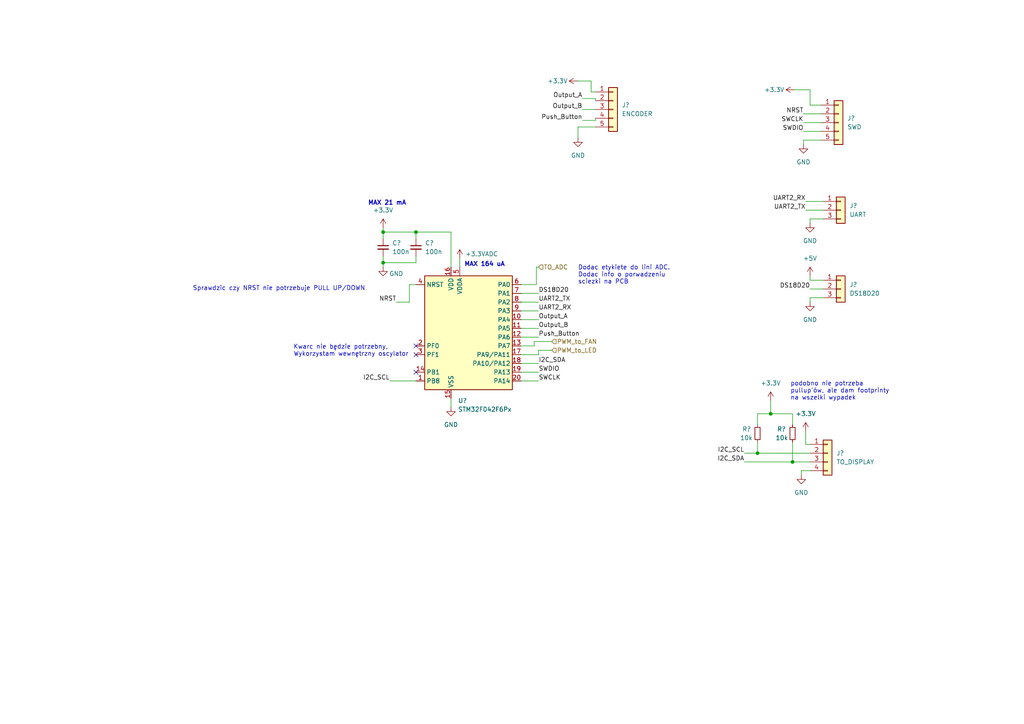
<source format=kicad_sch>
(kicad_sch (version 20230121) (generator eeschema)
  (paper "A4")
  (lib_symbols
    (symbol "Connector_Generic:Conn_01x03" (pin_names (offset 1.016) hide)
      (property "Reference" "J" (at 0 5.08 0))
      (property "Value" "Conn_01x03" (at 0 -5.08 0))
      (symbol "Conn_01x03_1_1"
        (rectangle (start -1.27 -2.413) (end 0 -2.667) (stroke (width 0.1524)))
        (rectangle (start -1.27 0.127) (end 0 -0.127) (stroke (width 0.1524)))
        (rectangle (start -1.27 2.667) (end 0 2.413) (stroke (width 0.1524)))
        (rectangle (start -1.27 3.81) (end 1.27 -3.81) (stroke (width 0.254)) (fill (type background)))
        (pin passive line (at -5.08 2.54 0) (length 3.81) (name "Pin_1") (number "1"))
        (pin passive line (at -5.08 0 0) (length 3.81) (name "Pin_2") (number "2"))
        (pin passive line (at -5.08 -2.54 0) (length 3.81) (name "Pin_3") (number "3"))
      )
    )
    (symbol "Connector_Generic:Conn_01x04" (pin_names (offset 1.016) hide)
      (property "Reference" "J" (at 0 5.08 0))
      (property "Value" "Conn_01x04" (at 0 -7.62 0))
      (symbol "Conn_01x04_1_1"
        (rectangle (start -1.27 -4.953) (end 0 -5.207) (stroke (width 0.1524)))
        (rectangle (start -1.27 -2.413) (end 0 -2.667) (stroke (width 0.1524)))
        (rectangle (start -1.27 0.127) (end 0 -0.127) (stroke (width 0.1524)))
        (rectangle (start -1.27 2.667) (end 0 2.413) (stroke (width 0.1524)))
        (rectangle (start -1.27 3.81) (end 1.27 -6.35) (stroke (width 0.254)) (fill (type background)))
        (pin passive line (at -5.08 2.54 0) (length 3.81) (name "Pin_1") (number "1"))
        (pin passive line (at -5.08 0 0) (length 3.81) (name "Pin_2") (number "2"))
        (pin passive line (at -5.08 -2.54 0) (length 3.81) (name "Pin_3") (number "3"))
        (pin passive line (at -5.08 -5.08 0) (length 3.81) (name "Pin_4") (number "4"))
      )
    )
    (symbol "Connector_Generic:Conn_01x05" (pin_names (offset 1.016) hide)
      (property "Reference" "J" (at 0 7.62 0))
      (property "Value" "Conn_01x05" (at 0 -7.62 0))
      (symbol "Conn_01x05_1_1"
        (rectangle (start -1.27 -4.953) (end 0 -5.207) (stroke (width 0.1524)))
        (rectangle (start -1.27 -2.413) (end 0 -2.667) (stroke (width 0.1524)))
        (rectangle (start -1.27 0.127) (end 0 -0.127) (stroke (width 0.1524)))
        (rectangle (start -1.27 2.667) (end 0 2.413) (stroke (width 0.1524)))
        (rectangle (start -1.27 5.207) (end 0 4.953) (stroke (width 0.1524)))
        (rectangle (start -1.27 6.35) (end 1.27 -6.35) (stroke (width 0.254)) (fill (type background)))
        (pin passive line (at -5.08 5.08 0) (length 3.81) (name "Pin_1") (number "1"))
        (pin passive line (at -5.08 2.54 0) (length 3.81) (name "Pin_2") (number "2"))
        (pin passive line (at -5.08 0 0) (length 3.81) (name "Pin_3") (number "3"))
        (pin passive line (at -5.08 -2.54 0) (length 3.81) (name "Pin_4") (number "4"))
        (pin passive line (at -5.08 -5.08 0) (length 3.81) (name "Pin_5") (number "5"))
      )
    )
    (symbol "Device:C_Small" (pin_numbers hide) (pin_names (offset 0.254) hide)
      (property "Reference" "C" (at 0.254 1.778 0))
      (property "Value" "C_Small" (at 0.254 -2.032 0))
      (symbol "C_Small_0_1"
        (polyline (pts (xy -1.524 -0.508) (xy 1.524 -0.508)) (stroke (width 0.3302)))
        (polyline (pts (xy -1.524 0.508) (xy 1.524 0.508)) (stroke (width 0.3048)))
      )
      (symbol "C_Small_1_1"
        (pin passive line (at 0 2.54 270) (length 2.032) (name "~") (number "1"))
        (pin passive line (at 0 -2.54 90) (length 2.032) (name "~") (number "2"))
      )
    )
    (symbol "Device:R_Small" (pin_numbers hide) (pin_names (offset 0.254) hide)
      (property "Reference" "R" (at 0.762 0.508 0))
      (property "Value" "R_Small" (at 0.762 -1.016 0))
      (symbol "R_Small_0_1"
        (rectangle (start -0.762 1.778) (end 0.762 -1.778) (stroke (width 0.2032)))
      )
      (symbol "R_Small_1_1"
        (pin passive line (at 0 2.54 270) (length 0.762) (name "~") (number "1"))
        (pin passive line (at 0 -2.54 90) (length 0.762) (name "~") (number "2"))
      )
    )
    (symbol "MCU_ST_STM32F0:STM32F042F6Px"
      (property "Reference" "U" (at -12.7 16.51 0))
      (property "Value" "STM32F042F6Px" (at 0 16.51 0))
      (symbol "STM32F042F6Px_0_1"
        (rectangle (start -12.7 -17.78) (end 12.7 15.24) (stroke (width 0.254)) (fill (type background)))
      )
      (symbol "STM32F042F6Px_1_1"
        (pin bidirectional line (at -15.24 -15.24 0) (length 2.54) (name "PB8") (number "1"))
        (pin bidirectional line (at 15.24 2.54 180) (length 2.54) (name "PA4") (number "10"))
        (pin bidirectional line (at 15.24 0 180) (length 2.54) (name "PA5") (number "11"))
        (pin bidirectional line (at 15.24 -2.54 180) (length 2.54) (name "PA6") (number "12"))
        (pin bidirectional line (at 15.24 -5.08 180) (length 2.54) (name "PA7") (number "13"))
        (pin bidirectional line (at -15.24 -12.7 0) (length 2.54) (name "PB1") (number "14"))
        (pin power_in line (at -5.08 -20.32 90) (length 2.54) (name "VSS") (number "15"))
        (pin power_in line (at -5.08 17.78 270) (length 2.54) (name "VDD") (number "16"))
        (pin bidirectional line (at 15.24 -7.62 180) (length 2.54) (name "PA9/PA11") (number "17"))
        (pin bidirectional line (at 15.24 -10.16 180) (length 2.54) (name "PA10/PA12") (number "18"))
        (pin bidirectional line (at 15.24 -12.7 180) (length 2.54) (name "PA13") (number "19"))
        (pin input line (at -15.24 -5.08 0) (length 2.54) (name "PF0") (number "2"))
        (pin bidirectional line (at 15.24 -15.24 180) (length 2.54) (name "PA14") (number "20"))
        (pin input line (at -15.24 -7.62 0) (length 2.54) (name "PF1") (number "3"))
        (pin input line (at -15.24 12.7 0) (length 2.54) (name "NRST") (number "4"))
        (pin power_in line (at -2.54 17.78 270) (length 2.54) (name "VDDA") (number "5"))
        (pin bidirectional line (at 15.24 12.7 180) (length 2.54) (name "PA0") (number "6"))
        (pin bidirectional line (at 15.24 10.16 180) (length 2.54) (name "PA1") (number "7"))
        (pin bidirectional line (at 15.24 7.62 180) (length 2.54) (name "PA2") (number "8"))
        (pin bidirectional line (at 15.24 5.08 180) (length 2.54) (name "PA3") (number "9"))
      )
    )
    (symbol "power:+3.3V" (power) (pin_names (offset 0))
      (property "Value" "+3.3V" (at 0 3.556 0))
      (symbol "+3.3V_0_1"
        (polyline (pts (xy -0.762 1.27) (xy 0 2.54)))
        (polyline (pts (xy 0 0) (xy 0 2.54)))
        (polyline (pts (xy 0 2.54) (xy 0.762 1.27)))
      )
      (symbol "+3.3V_1_1"
        (pin power_in line (at 0 0 90) (length 0) hide (name "+3.3V") (number "1"))
      )
    )
    (symbol "power:+3.3VADC" (power) (pin_names (offset 0))
      (property "Value" "+3.3VADC" (at 0 2.54 0))
      (symbol "+3.3VADC_0_0"
        (pin power_in line (at 0 0 90) (length 0) hide (name "+3.3VADC") (number "1"))
      )
      (symbol "+3.3VADC_0_1"
        (polyline (pts (xy -0.762 1.27) (xy 0 2.54)))
        (polyline (pts (xy 0 0) (xy 0 2.54)))
        (polyline (pts (xy 0 2.54) (xy 0.762 1.27)))
      )
    )
    (symbol "power:+5V" (power) (pin_names (offset 0))
      (property "Value" "+5V" (at 0 3.556 0))
      (symbol "+5V_0_1"
        (polyline (pts (xy -0.762 1.27) (xy 0 2.54)))
        (polyline (pts (xy 0 0) (xy 0 2.54)))
        (polyline (pts (xy 0 2.54) (xy 0.762 1.27)))
      )
      (symbol "+5V_1_1"
        (pin power_in line (at 0 0 90) (length 0) hide (name "+5V") (number "1"))
      )
    )
    (symbol "power:GND" (power) (pin_names (offset 0))
      (property "Value" "GND" (at 0 -3.81 0))
      (symbol "GND_0_1"
        (polyline (pts (xy 0 0) (xy 0 -1.27) (xy 1.27 -1.27) (xy 0 -2.54) (xy -1.27 -1.27) (xy 0 -1.27)))
      )
      (symbol "GND_1_1"
        (pin power_in line (at 0 0 270) (length 0) hide (name "GND") (number "1"))
      )
    )
  )
  (junction (at 111.125 76.2))
  (junction (at 229.87 133.985))
  (junction (at 223.52 120.015))
  (junction (at 120.65 67.31))
  (junction (at 111.125 67.31))
  (junction (at 219.71 131.445))
  (no_connect (at 120.65 107.95))
  (no_connect (at 120.65 102.87))
  (no_connect (at 120.65 100.33))
  (wire (pts (xy 219.71 131.445) (xy 234.95 131.445)))
  (wire (pts (xy 167.64 36.83) (xy 167.64 40.005)))
  (wire (pts (xy 154.94 99.06) (xy 160.02 99.06)))
  (wire (pts (xy 215.9 133.985) (xy 229.87 133.985)))
  (wire (pts (xy 233.045 40.64) (xy 233.045 41.91)))
  (wire (pts (xy 229.87 133.985) (xy 234.95 133.985)))
  (wire (pts (xy 113.03 110.49) (xy 120.65 110.49)))
  (wire (pts (xy 151.13 85.09) (xy 156.21 85.09)))
  (wire (pts (xy 171.45 26.67) (xy 172.72 26.67)))
  (wire (pts (xy 118.745 87.63) (xy 118.745 82.55)))
  (wire (pts (xy 229.87 128.27) (xy 229.87 133.985)))
  (wire (pts (xy 151.13 92.71) (xy 156.21 92.71)))
  (wire (pts (xy 151.13 110.49) (xy 156.21 110.49)))
  (wire (pts (xy 219.71 128.27) (xy 219.71 131.445)))
  (wire (pts (xy 229.87 120.015) (xy 223.52 120.015)))
  (wire (pts (xy 171.45 23.495) (xy 171.45 26.67)))
  (wire (pts (xy 234.95 63.5) (xy 238.76 63.5)))
  (wire (pts (xy 234.95 64.77) (xy 234.95 63.5)))
  (wire (pts (xy 233.68 60.96) (xy 238.76 60.96)))
  (wire (pts (xy 155.575 77.47) (xy 155.575 82.55)))
  (wire (pts (xy 234.95 81.28) (xy 234.95 80.01)))
  (wire (pts (xy 230.505 26.035) (xy 234.95 26.035)))
  (wire (pts (xy 233.68 58.42) (xy 238.76 58.42)))
  (wire (pts (xy 118.745 82.55) (xy 120.65 82.55)))
  (wire (pts (xy 111.125 67.31) (xy 120.65 67.31)))
  (wire (pts (xy 234.95 86.36) (xy 238.76 86.36)))
  (wire (pts (xy 233.68 128.905) (xy 233.68 125.095)))
  (wire (pts (xy 168.91 28.575) (xy 172.72 28.575)))
  (wire (pts (xy 120.65 76.2) (xy 111.125 76.2)))
  (wire (pts (xy 111.125 66.04) (xy 111.125 67.31)))
  (wire (pts (xy 154.94 100.33) (xy 151.13 100.33)))
  (wire (pts (xy 232.41 137.795) (xy 232.41 136.525)))
  (wire (pts (xy 233.045 35.56) (xy 238.125 35.56)))
  (wire (pts (xy 234.95 83.82) (xy 238.76 83.82)))
  (wire (pts (xy 156.21 101.6) (xy 156.21 102.87)))
  (wire (pts (xy 156.21 101.6) (xy 160.02 101.6)))
  (wire (pts (xy 168.91 31.75) (xy 172.72 31.75)))
  (wire (pts (xy 120.65 74.295) (xy 120.65 76.2)))
  (wire (pts (xy 172.72 34.925) (xy 172.72 34.29)))
  (wire (pts (xy 130.81 115.57) (xy 130.81 118.11)))
  (wire (pts (xy 223.52 120.015) (xy 223.52 116.205)))
  (wire (pts (xy 233.045 38.1) (xy 238.125 38.1)))
  (wire (pts (xy 234.95 87.63) (xy 234.95 86.36)))
  (wire (pts (xy 151.13 95.25) (xy 156.21 95.25)))
  (wire (pts (xy 219.71 120.015) (xy 219.71 123.19)))
  (wire (pts (xy 167.64 23.495) (xy 171.45 23.495)))
  (wire (pts (xy 234.95 30.48) (xy 238.125 30.48)))
  (wire (pts (xy 238.76 81.28) (xy 234.95 81.28)))
  (wire (pts (xy 172.72 36.83) (xy 167.64 36.83)))
  (wire (pts (xy 234.95 128.905) (xy 233.68 128.905)))
  (wire (pts (xy 114.935 87.63) (xy 118.745 87.63)))
  (wire (pts (xy 155.575 77.47) (xy 156.21 77.47)))
  (wire (pts (xy 168.91 34.925) (xy 172.72 34.925)))
  (wire (pts (xy 172.72 28.575) (xy 172.72 29.21)))
  (wire (pts (xy 233.045 33.02) (xy 238.125 33.02)))
  (wire (pts (xy 151.13 90.17) (xy 156.21 90.17)))
  (wire (pts (xy 234.95 26.035) (xy 234.95 30.48)))
  (wire (pts (xy 151.13 105.41) (xy 156.21 105.41)))
  (wire (pts (xy 155.575 82.55) (xy 151.13 82.55)))
  (wire (pts (xy 156.21 102.87) (xy 151.13 102.87)))
  (wire (pts (xy 111.125 67.31) (xy 111.125 69.215)))
  (wire (pts (xy 151.13 87.63) (xy 156.21 87.63)))
  (wire (pts (xy 151.13 107.95) (xy 156.21 107.95)))
  (wire (pts (xy 111.125 76.2) (xy 111.125 74.295)))
  (wire (pts (xy 130.81 77.47) (xy 130.81 67.31)))
  (wire (pts (xy 229.87 123.19) (xy 229.87 120.015)))
  (wire (pts (xy 238.125 40.64) (xy 233.045 40.64)))
  (wire (pts (xy 219.71 120.015) (xy 223.52 120.015)))
  (wire (pts (xy 154.94 99.06) (xy 154.94 100.33)))
  (wire (pts (xy 133.35 74.93) (xy 133.35 77.47)))
  (wire (pts (xy 215.9 131.445) (xy 219.71 131.445)))
  (wire (pts (xy 111.125 76.2) (xy 111.125 77.47)))
  (wire (pts (xy 232.41 136.525) (xy 234.95 136.525)))
  (wire (pts (xy 120.65 67.31) (xy 120.65 69.215)))
  (wire (pts (xy 151.13 97.79) (xy 156.21 97.79)))
  (wire (pts (xy 130.81 67.31) (xy 120.65 67.31)))
  (text "Sprawdzic czy NRST nie potrzebuje PULL UP/DOWN\n" (at 55.88 84.455 0) (effects (font (size 1.27 1.27)) (justify left bottom)))
  (text "MAX 164 uA" (at 134.62 77.47 0) (effects (font (size 1.27 1.27) (thickness 0.254) bold) (justify left bottom)))
  (text "MAX 21 mA" (at 106.68 59.69 0) (effects (font (size 1.27 1.27) (thickness 0.254) bold) (justify left bottom)))
  (text "Dodac etykiete do lini ADC.\nDodac info o porwadzeniu\nsciezki na PCB" (at 167.64 82.55 0) (effects (font (size 1.27 1.27)) (justify left bottom)))
  (text "podobno nie potrzeba\npullup'ów, ale dam footprinty\nna wszelki wypadek" (at 229.235 116.205 0) (effects (font (size 1.27 1.27)) (justify left bottom)))
  (text "Kwarc nie będzie potrzebny,\nWykorzystam wewnętrzny oscylator" (at 85.09 103.505 0) (effects (font (size 1.27 1.27)) (justify left bottom)))
  (label "Push_Button" (at 156.21 97.79 0))
  (label "Output_A" (at 168.91 28.575 180))
  (label "Output_B" (at 168.91 31.75 180))
  (label "SWCLK" (at 233.045 35.56 180))
  (label "UART2_TX" (at 233.68 60.96 180))
  (label "DS18D20" (at 234.95 83.82 180))
  (label "Output_A" (at 156.21 92.71 0))
  (label "DS18D20" (at 156.21 85.09 0))
  (label "UART2_TX" (at 156.21 87.63 0))
  (label "I2C_SDA" (at 156.21 105.41 0))
  (label "NRST" (at 233.045 33.02 180))
  (label "I2C_SCL" (at 113.03 110.49 180))
  (label "UART2_RX" (at 233.68 58.42 180))
  (label "UART2_RX" (at 156.21 90.17 0))
  (label "SWCLK" (at 156.21 110.49 0))
  (label "SWDIO" (at 156.21 107.95 0))
  (label "SWDIO" (at 233.045 38.1 180))
  (label "NRST" (at 114.935 87.63 180))
  (label "I2C_SCL" (at 215.9 131.445 180))
  (label "I2C_SDA" (at 215.9 133.985 180))
  (label "Push_Button" (at 168.91 34.925 180))
  (label "Output_B" (at 156.21 95.25 0))
  (hierarchical_label "TO_ADC" (shape input) (at 156.21 77.47 0))
  (hierarchical_label "PWM_to_FAN" (shape input) (at 160.02 99.06 0))
  (hierarchical_label "PWM_to_LED" (shape input) (at 160.02 101.6 0))
  (symbol (lib_id "power:+3.3V") (at 111.125 66.04 0) (unit 1)
    (property "Reference" "#PWR?" (effects hide))
    (property "Value" "+3.3V" (at 111.125 60.96 0))
    (instances (project "mainboard" (path "" (reference "#PWR?") (unit 1)) (path "" (reference "#PWR027") (unit 1))))
  )
  (symbol (lib_id "power:+3.3V") (at 233.68 125.095 0) (unit 1)
    (property "Reference" "#PWR?" (effects hide))
    (property "Value" "+3.3V" (at 233.68 120.015 0))
    (instances (project "mainboard" (path "" (reference "#PWR?") (unit 1)) (path "" (reference "#PWR037") (unit 1))))
  )
  (symbol (lib_id "power:+3.3V") (at 230.505 26.035 90) (unit 1)
    (property "Reference" "#PWR?" (effects hide))
    (property "Value" "+3.3V" (at 221.615 26.035 90) (effects (justify right)))
    (instances (project "mainboard" (path "" (reference "#PWR?") (unit 1)) (path "" (reference "#PWR034") (unit 1))))
  )
  (symbol (lib_id "power:GND") (at 232.41 137.795 0) (unit 1)
    (property "Reference" "#PWR?" (effects hide))
    (property "Value" "GND" (at 232.41 142.875 0))
    (instances (project "mainboard" (path "" (reference "#PWR?") (unit 1)) (path "" (reference "#PWR035") (unit 1))))
  )
  (symbol (lib_id "power:+3.3V") (at 223.52 116.205 0) (unit 1)
    (property "Reference" "#PWR?" (effects hide))
    (property "Value" "+3.3V" (at 223.52 111.125 0))
    (instances (project "mainboard" (path "" (reference "#PWR?") (unit 1)) (path "" (reference "#PWR033") (unit 1))))
  )
  (symbol (lib_id "Device:R_Small") (at 229.87 125.73 0) (unit 1)
    (property "Reference" "R?" (at 227.965 124.46 0) (effects (justify right)))
    (property "Value" "10k" (at 228.6 127 0) (effects (justify right)))
    (instances (project "mainboard" (path "" (reference "R?") (unit 1)) (path "" (reference "R12") (unit 1))))
  )
  (symbol (lib_id "power:+3.3V") (at 167.64 23.495 90) (unit 1)
    (property "Reference" "#PWR?" (effects hide))
    (property "Value" "+3.3V" (at 158.75 23.495 90) (effects (justify right)))
    (instances (project "mainboard" (path "" (reference "#PWR?") (unit 1)) (path "" (reference "#PWR031") (unit 1))))
  )
  (symbol (lib_id "power:GND") (at 233.045 41.91 0) (unit 1)
    (property "Reference" "#PWR?" (effects hide))
    (property "Value" "GND" (at 233.045 46.99 0))
    (instances (project "mainboard" (path "" (reference "#PWR?") (unit 1)) (path "" (reference "#PWR036") (unit 1))))
  )
  (symbol (lib_id "Connector_Generic:Conn_01x03") (at 243.84 60.96 0) (unit 1)
    (property "Reference" "J?" (at 246.38 59.6899 0) (effects (justify left)))
    (property "Value" "UART" (at 246.38 62.2299 0) (effects (justify left)))
    (instances (project "mainboard" (path "" (reference "J?") (unit 1)) (path "" (reference "J7") (unit 1))))
  )
  (symbol (lib_id "Connector_Generic:Conn_01x04") (at 240.03 131.445 0) (unit 1)
    (property "Reference" "J?" (at 242.57 131.4449 0) (effects (justify left)))
    (property "Value" "TO_DISPLAY" (at 242.57 133.9849 0) (effects (justify left)))
    (instances (project "mainboard" (path "" (reference "J?") (unit 1)) (path "" (reference "J5") (unit 1))))
  )
  (symbol (lib_id "Connector_Generic:Conn_01x03") (at 243.84 83.82 0) (unit 1)
    (property "Reference" "J?" (at 246.38 82.5499 0) (effects (justify left)))
    (property "Value" "DS18D20" (at 246.38 85.0899 0) (effects (justify left)))
    (instances (project "mainboard" (path "" (reference "J?") (unit 1)) (path "" (reference "J8") (unit 1))))
  )
  (symbol (lib_id "power:GND") (at 111.125 77.47 0) (unit 1)
    (property "Reference" "#PWR?" (effects hide))
    (property "Value" "GND" (at 114.935 79.375 0))
    (instances (project "mainboard" (path "" (reference "#PWR?") (unit 1)) (path "" (reference "#PWR028") (unit 1))))
  )
  (symbol (lib_id "power:GND") (at 130.81 118.11 0) (unit 1)
    (property "Reference" "#PWR?" (effects hide))
    (property "Value" "GND" (at 130.81 123.19 0))
    (instances (project "mainboard" (path "" (reference "#PWR?") (unit 1)) (path "" (reference "#PWR029") (unit 1))))
  )
  (symbol (lib_id "power:GND") (at 234.95 87.63 0) (unit 1)
    (property "Reference" "#PWR?" (effects hide))
    (property "Value" "GND" (at 234.95 92.71 0))
    (instances (project "mainboard" (path "" (reference "#PWR?") (unit 1)) (path "" (reference "#PWR040") (unit 1))))
  )
  (symbol (lib_id "power:+5V") (at 234.95 80.01 0) (unit 1)
    (property "Reference" "#PWR?" (effects hide))
    (property "Value" "+5V" (at 234.95 74.93 0))
    (instances (project "mainboard" (path "" (reference "#PWR?") (unit 1)) (path "" (reference "#PWR039") (unit 1))))
  )
  (symbol (lib_id "Connector_Generic:Conn_01x05") (at 243.205 35.56 0) (unit 1)
    (property "Reference" "J?" (at 245.745 34.2899 0) (effects (justify left)))
    (property "Value" "SWD" (at 245.745 36.8299 0) (effects (justify left)))
    (instances (project "mainboard" (path "" (reference "J?") (unit 1)) (path "" (reference "J6") (unit 1))))
  )
  (symbol (lib_id "power:GND") (at 167.64 40.005 0) (unit 1)
    (property "Reference" "#PWR?" (effects hide))
    (property "Value" "GND" (at 167.64 45.085 0))
    (instances (project "mainboard" (path "" (reference "#PWR?") (unit 1)) (path "" (reference "#PWR032") (unit 1))))
  )
  (symbol (lib_id "Device:C_Small") (at 120.65 71.755 0) (unit 1)
    (property "Reference" "C?" (at 123.2916 70.4912 0) (effects (justify left)))
    (property "Value" "100n" (at 123.2916 73.0312 0) (effects (justify left)))
    (instances (project "mainboard" (path "" (reference "C?") (unit 1)) (path "" (reference "C19") (unit 1))))
  )
  (symbol (lib_id "MCU_ST_STM32F0:STM32F042F6Px") (at 135.89 95.25 0) (unit 1)
    (property "Reference" "U?" (at 132.8294 116.205 0) (effects (justify left)))
    (property "Value" "STM32F042F6Px" (at 132.8294 118.745 0) (effects (justify left)))
    (property "Footprint" "Package_SO:TSSOP-20_4.4x6.5mm_P0.65mm" (effects hide))
    (property "Datasheet" "http://www.st.com/st-web-ui/static/active/en/resource/technical/document/datasheet/DM00105814.pdf" (effects hide))
    (instances (project "mainboard" (path "" (reference "U?") (unit 1)) (path "" (reference "U4") (unit 1))))
  )
  (symbol (lib_id "Device:C_Small") (at 111.125 71.755 0) (unit 1)
    (property "Reference" "C?" (at 113.7666 70.4912 0) (effects (justify left)))
    (property "Value" "100n" (at 113.7666 73.0312 0) (effects (justify left)))
    (instances (project "mainboard" (path "" (reference "C?") (unit 1)) (path "" (reference "C18") (unit 1))))
  )
  (symbol (lib_id "power:GND") (at 234.95 64.77 0) (unit 1)
    (property "Reference" "#PWR?" (effects hide))
    (property "Value" "GND" (at 234.95 69.85 0))
    (instances (project "mainboard" (path "" (reference "#PWR?") (unit 1)) (path "" (reference "#PWR038") (unit 1))))
  )
  (symbol (lib_id "Device:R_Small") (at 219.71 125.73 180) (unit 1)
    (property "Reference" "R?" (at 215.265 124.46 0) (effects (justify right)))
    (property "Value" "10k" (at 214.63 127 0) (effects (justify right)))
    (instances (project "mainboard" (path "" (reference "R?") (unit 1)) (path "" (reference "R11") (unit 1))))
  )
  (symbol (lib_id "power:+3.3VADC") (at 133.35 74.93 0) (unit 1)
    (property "Reference" "#PWR?" (effects hide))
    (property "Value" "+3.3VADC" (at 139.7 73.66 0))
    (instances (project "mainboard" (path "" (reference "#PWR?") (unit 1)) (path "" (reference "#PWR030") (unit 1))))
  )
  (symbol (lib_id "Connector_Generic:Conn_01x05") (at 177.8 31.75 0) (unit 1)
    (property "Reference" "J?" (at 180.34 30.4799 0) (effects (justify left)))
    (property "Value" "ENCODER" (at 180.34 33.0199 0) (effects (justify left)))
    (instances (project "mainboard" (path "" (reference "J?") (unit 1)) (path "" (reference "J4") (unit 1))))
  )
)
</source>
